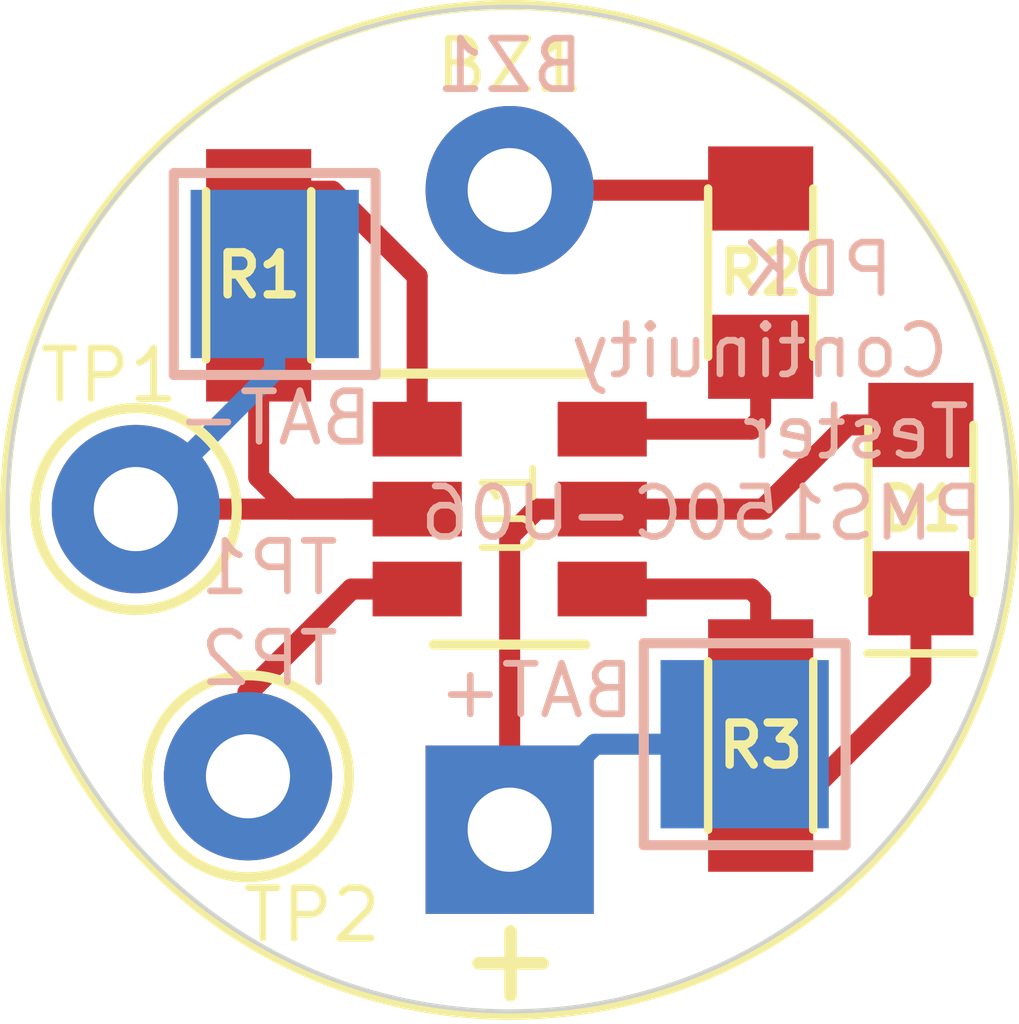
<source format=kicad_pcb>
(kicad_pcb (version 20171130) (host pcbnew "(5.1.5)-3")

  (general
    (thickness 1.6)
    (drawings 5)
    (tracks 36)
    (zones 0)
    (modules 10)
    (nets 9)
  )

  (page A4)
  (layers
    (0 F.Cu signal)
    (31 B.Cu signal)
    (32 B.Adhes user)
    (33 F.Adhes user)
    (34 B.Paste user)
    (35 F.Paste user)
    (36 B.SilkS user)
    (37 F.SilkS user)
    (38 B.Mask user)
    (39 F.Mask user)
    (40 Dwgs.User user)
    (41 Cmts.User user)
    (42 Eco1.User user)
    (43 Eco2.User user)
    (44 Edge.Cuts user)
    (45 Margin user)
    (46 B.CrtYd user)
    (47 F.CrtYd user)
    (48 B.Fab user)
    (49 F.Fab user)
  )

  (setup
    (last_trace_width 0.25)
    (trace_clearance 0.2)
    (zone_clearance 0.508)
    (zone_45_only no)
    (trace_min 0.2)
    (via_size 0.8)
    (via_drill 0.4)
    (via_min_size 0.4)
    (via_min_drill 0.3)
    (uvia_size 0.3)
    (uvia_drill 0.1)
    (uvias_allowed no)
    (uvia_min_size 0.2)
    (uvia_min_drill 0.1)
    (edge_width 0.05)
    (segment_width 0.2)
    (pcb_text_width 0.3)
    (pcb_text_size 1.5 1.5)
    (mod_edge_width 0.1)
    (mod_text_size 0.6 0.6)
    (mod_text_width 0.08)
    (pad_size 1.524 1.524)
    (pad_drill 0.762)
    (pad_to_mask_clearance 0.051)
    (solder_mask_min_width 0.25)
    (aux_axis_origin 0 0)
    (visible_elements FFFFFF7F)
    (pcbplotparams
      (layerselection 0x010fc_ffffffff)
      (usegerberextensions false)
      (usegerberattributes false)
      (usegerberadvancedattributes false)
      (creategerberjobfile false)
      (excludeedgelayer true)
      (linewidth 0.100000)
      (plotframeref false)
      (viasonmask false)
      (mode 1)
      (useauxorigin false)
      (hpglpennumber 1)
      (hpglpenspeed 20)
      (hpglpendiameter 15.000000)
      (psnegative false)
      (psa4output false)
      (plotreference true)
      (plotvalue true)
      (plotinvisibletext false)
      (padsonsilk false)
      (subtractmaskfromsilk false)
      (outputformat 1)
      (mirror false)
      (drillshape 0)
      (scaleselection 1)
      (outputdirectory "output/gerber/"))
  )

  (net 0 "")
  (net 1 "Net-(D1-Pad1)")
  (net 2 "Net-(R1-Pad1)")
  (net 3 "Net-(R2-Pad2)")
  (net 4 "Net-(BZ1-Pad2)")
  (net 5 "Net-(R3-Pad2)")
  (net 6 "Net-(TP2-Pad1)")
  (net 7 VDD)
  (net 8 GND)

  (net_class Default "This is the default net class."
    (clearance 0.2)
    (trace_width 0.25)
    (via_dia 0.8)
    (via_drill 0.4)
    (uvia_dia 0.3)
    (uvia_drill 0.1)
    (add_net GND)
    (add_net "Net-(BZ1-Pad2)")
    (add_net "Net-(D1-Pad1)")
    (add_net "Net-(R1-Pad1)")
    (add_net "Net-(R2-Pad2)")
    (add_net "Net-(R3-Pad2)")
    (add_net "Net-(TP2-Pad1)")
    (add_net VDD)
  )

  (module Buzzer_Beeper:Buzzer_12x9.5RM7.6 (layer F.Cu) (tedit 5F108A80) (tstamp 5F109312)
    (at 133.985 105.41 90)
    (descr "Generic Buzzer, D12mm height 9.5mm with RM7.6mm")
    (tags buzzer)
    (path /5F10DF9C)
    (fp_text reference BZ1 (at 9.0805 0) (layer F.SilkS)
      (effects (font (size 0.6 0.6) (thickness 0.08)))
    )
    (fp_text value Buzzer (at 3.8 7.4 90) (layer F.Fab) hide
      (effects (font (size 1 1) (thickness 0.15)))
    )
    (fp_text user + (at -1.5875 -0.0635 90) (layer F.Fab)
      (effects (font (size 1 1) (thickness 0.15)))
    )
    (fp_text user + (at -1.5875 -0.0635 90) (layer F.SilkS)
      (effects (font (size 1 1) (thickness 0.15)))
    )
    (fp_text user %R (at 3.8 -4 90) (layer F.Fab) hide
      (effects (font (size 1 1) (thickness 0.15)))
    )
    (fp_circle (center 3.8 0) (end 9.8 0) (layer F.Fab) (width 0.1))
    (fp_circle (center 3.8 0) (end 4.8 0) (layer F.Fab) (width 0.1))
    (fp_circle (center 3.8 0) (end 9.8 0) (layer F.SilkS) (width 0.12))
    (pad 1 thru_hole rect (at 0 0 90) (size 2 2) (drill 1) (layers *.Cu *.Mask)
      (net 7 VDD))
    (pad 2 thru_hole circle (at 7.6 0 90) (size 2 2) (drill 1) (layers *.Cu *.Mask)
      (net 4 "Net-(BZ1-Pad2)"))
    (model ${KISYS3DMOD}/Buzzer_Beeper.3dshapes/Buzzer_12x9.5RM7.6.wrl
      (offset (xyz 0 0 1.6))
      (scale (xyz 1 1 1))
      (rotate (xyz 0 0 0))
    )
  )

  (module modules:LED_0805 (layer F.Cu) (tedit 5B18A1BB) (tstamp 5F108511)
    (at 138.8745 101.6 90)
    (path /5F10ACDC)
    (attr smd)
    (fp_text reference D1 (at 0 0) (layer F.SilkS)
      (effects (font (size 0.5 0.5) (thickness 0.1)))
    )
    (fp_text value LED (at 0 -1.27 90) (layer F.SilkS) hide
      (effects (font (size 0.5 0.5) (thickness 0.1)))
    )
    (fp_line (start 1 -0.625) (end 1 0.625) (layer F.Fab) (width 0.1))
    (fp_line (start -1 -0.625) (end -1 0.625) (layer F.Fab) (width 0.1))
    (fp_line (start -1 0.625) (end 1 0.625) (layer F.Fab) (width 0.1))
    (fp_line (start -1 -0.625) (end 1 -0.625) (layer F.Fab) (width 0.1))
    (fp_line (start -1.7145 -0.635) (end -1.7145 0.635) (layer F.SilkS) (width 0.1))
    (fp_line (start -1 0.625) (end 1 0.625) (layer F.SilkS) (width 0.1))
    (fp_line (start -1 -0.625) (end 1 -0.625) (layer F.SilkS) (width 0.1))
    (fp_line (start 0.2 0) (end 0.45 0) (layer F.Fab) (width 0.1))
    (fp_line (start 0.2 0.35) (end -0.3 0) (layer F.Fab) (width 0.1))
    (fp_line (start 0.2 -0.35) (end 0.2 0.35) (layer F.Fab) (width 0.1))
    (fp_line (start -0.3 0) (end 0.2 -0.35) (layer F.Fab) (width 0.1))
    (fp_line (start -0.3 0) (end -0.5 0) (layer F.Fab) (width 0.1))
    (fp_line (start -0.3 -0.35) (end -0.3 0.35) (layer F.Fab) (width 0.1))
    (pad 1 smd rect (at -1 0 90) (size 1 1.25) (layers F.Cu F.Paste F.Mask)
      (net 1 "Net-(D1-Pad1)"))
    (pad 2 smd rect (at 1 0 90) (size 1 1.25) (layers F.Cu F.Paste F.Mask)
      (net 7 VDD))
    (model ${KISYS3DMOD}/LEDs.3dshapes/LED_0805.wrl
      (offset (xyz -0.1269999980926514 0 0))
      (scale (xyz 1 1 1))
      (rotate (xyz 0 0 0))
    )
    (model ${KISYS3DMOD}/LED_SMD.3dshapes/LED_0805_2012Metric.wrl
      (at (xyz 0 0 0))
      (scale (xyz 1 1 1))
      (rotate (xyz 0 0 0))
    )
  )

  (module modules:R_0805 (layer F.Cu) (tedit 5B1881B6) (tstamp 5F10851D)
    (at 131.0005 98.822 270)
    (path /5F117A45)
    (attr smd)
    (fp_text reference R1 (at 0 0) (layer F.SilkS)
      (effects (font (size 0.5 0.5) (thickness 0.1)))
    )
    (fp_text value 47 (at 0 -0.9525 90) (layer F.Fab) hide
      (effects (font (size 0.25 0.25) (thickness 0.0625)))
    )
    (fp_line (start -1 0.625) (end 1 0.625) (layer F.SilkS) (width 0.1))
    (fp_line (start -1 -0.625) (end 1 -0.625) (layer F.SilkS) (width 0.1))
    (fp_line (start 1 -0.625) (end 1 0.625) (layer F.Fab) (width 0.1))
    (fp_line (start -1 -0.625) (end -1 0.625) (layer F.Fab) (width 0.1))
    (fp_line (start -1 0.625) (end 1 0.625) (layer F.Fab) (width 0.1))
    (fp_line (start -1 -0.625) (end 1 -0.625) (layer F.Fab) (width 0.1))
    (pad 1 smd rect (at -1 0 270) (size 1 1.25) (layers F.Cu F.Paste F.Mask)
      (net 2 "Net-(R1-Pad1)"))
    (pad 2 smd rect (at 1 0 270) (size 1 1.25) (layers F.Cu F.Paste F.Mask)
      (net 8 GND))
    (model ${KISYS3DMOD}/Resistor_SMD.3dshapes/R_0805_2012Metric.wrl
      (at (xyz 0 0 0))
      (scale (xyz 1 1 1))
      (rotate (xyz 0 0 0))
    )
  )

  (module modules:R_0805 (layer F.Cu) (tedit 5B1881B6) (tstamp 5F108529)
    (at 136.9695 98.79 270)
    (path /5F10DC7D)
    (attr smd)
    (fp_text reference R2 (at 0 0) (layer F.SilkS)
      (effects (font (size 0.5 0.5) (thickness 0.1)))
    )
    (fp_text value 120 (at 0 -0.9525 90) (layer F.Fab) hide
      (effects (font (size 0.25 0.25) (thickness 0.0625)))
    )
    (fp_line (start -1 -0.625) (end 1 -0.625) (layer F.Fab) (width 0.1))
    (fp_line (start -1 0.625) (end 1 0.625) (layer F.Fab) (width 0.1))
    (fp_line (start -1 -0.625) (end -1 0.625) (layer F.Fab) (width 0.1))
    (fp_line (start 1 -0.625) (end 1 0.625) (layer F.Fab) (width 0.1))
    (fp_line (start -1 -0.625) (end 1 -0.625) (layer F.SilkS) (width 0.1))
    (fp_line (start -1 0.625) (end 1 0.625) (layer F.SilkS) (width 0.1))
    (pad 2 smd rect (at 1 0 270) (size 1 1.25) (layers F.Cu F.Paste F.Mask)
      (net 3 "Net-(R2-Pad2)"))
    (pad 1 smd rect (at -1 0 270) (size 1 1.25) (layers F.Cu F.Paste F.Mask)
      (net 4 "Net-(BZ1-Pad2)"))
    (model ${KISYS3DMOD}/Resistor_SMD.3dshapes/R_0805_2012Metric.wrl
      (at (xyz 0 0 0))
      (scale (xyz 1 1 1))
      (rotate (xyz 0 0 0))
    )
  )

  (module modules:R_0805 (layer F.Cu) (tedit 5B1881B6) (tstamp 5F108620)
    (at 136.9695 104.41 90)
    (path /5F1095DA)
    (attr smd)
    (fp_text reference R3 (at 0 0) (layer F.SilkS)
      (effects (font (size 0.5 0.5) (thickness 0.1)))
    )
    (fp_text value 4k7 (at 0 -0.9525 90) (layer F.Fab) hide
      (effects (font (size 0.25 0.25) (thickness 0.0625)))
    )
    (fp_line (start -1 0.625) (end 1 0.625) (layer F.SilkS) (width 0.1))
    (fp_line (start -1 -0.625) (end 1 -0.625) (layer F.SilkS) (width 0.1))
    (fp_line (start 1 -0.625) (end 1 0.625) (layer F.Fab) (width 0.1))
    (fp_line (start -1 -0.625) (end -1 0.625) (layer F.Fab) (width 0.1))
    (fp_line (start -1 0.625) (end 1 0.625) (layer F.Fab) (width 0.1))
    (fp_line (start -1 -0.625) (end 1 -0.625) (layer F.Fab) (width 0.1))
    (pad 1 smd rect (at -1 0 90) (size 1 1.25) (layers F.Cu F.Paste F.Mask)
      (net 1 "Net-(D1-Pad1)"))
    (pad 2 smd rect (at 1 0 90) (size 1 1.25) (layers F.Cu F.Paste F.Mask)
      (net 5 "Net-(R3-Pad2)"))
    (model ${KISYS3DMOD}/Resistor_SMD.3dshapes/R_0805_2012Metric.wrl
      (at (xyz 0 0 0))
      (scale (xyz 1 1 1))
      (rotate (xyz 0 0 0))
    )
  )

  (module Package_TO_SOT_SMD:SOT-23-6 (layer F.Cu) (tedit 5A02FF57) (tstamp 5F10854B)
    (at 133.985 101.6)
    (descr "6-pin SOT-23 package")
    (tags SOT-23-6)
    (path /5F107C2F)
    (attr smd)
    (fp_text reference U1 (at 0 0 90) (layer F.SilkS)
      (effects (font (size 0.6 0.6) (thickness 0.08)))
    )
    (fp_text value PMS150C-U06 (at 0 2.9) (layer F.Fab) hide
      (effects (font (size 1 1) (thickness 0.15)))
    )
    (fp_text user %R (at 0 0 90) (layer F.Fab)
      (effects (font (size 0.5 0.5) (thickness 0.075)))
    )
    (fp_line (start -0.9 1.61) (end 0.9 1.61) (layer F.SilkS) (width 0.12))
    (fp_line (start 0.9 -1.61) (end -1.55 -1.61) (layer F.SilkS) (width 0.12))
    (fp_line (start 1.9 -1.8) (end -1.9 -1.8) (layer F.CrtYd) (width 0.05))
    (fp_line (start 1.9 1.8) (end 1.9 -1.8) (layer F.CrtYd) (width 0.05))
    (fp_line (start -1.9 1.8) (end 1.9 1.8) (layer F.CrtYd) (width 0.05))
    (fp_line (start -1.9 -1.8) (end -1.9 1.8) (layer F.CrtYd) (width 0.05))
    (fp_line (start -0.9 -0.9) (end -0.25 -1.55) (layer F.Fab) (width 0.1))
    (fp_line (start 0.9 -1.55) (end -0.25 -1.55) (layer F.Fab) (width 0.1))
    (fp_line (start -0.9 -0.9) (end -0.9 1.55) (layer F.Fab) (width 0.1))
    (fp_line (start 0.9 1.55) (end -0.9 1.55) (layer F.Fab) (width 0.1))
    (fp_line (start 0.9 -1.55) (end 0.9 1.55) (layer F.Fab) (width 0.1))
    (pad 1 smd rect (at -1.1 -0.95) (size 1.06 0.65) (layers F.Cu F.Paste F.Mask)
      (net 2 "Net-(R1-Pad1)"))
    (pad 2 smd rect (at -1.1 0) (size 1.06 0.65) (layers F.Cu F.Paste F.Mask)
      (net 8 GND))
    (pad 3 smd rect (at -1.1 0.95) (size 1.06 0.65) (layers F.Cu F.Paste F.Mask)
      (net 6 "Net-(TP2-Pad1)"))
    (pad 4 smd rect (at 1.1 0.95) (size 1.06 0.65) (layers F.Cu F.Paste F.Mask)
      (net 5 "Net-(R3-Pad2)"))
    (pad 6 smd rect (at 1.1 -0.95) (size 1.06 0.65) (layers F.Cu F.Paste F.Mask)
      (net 3 "Net-(R2-Pad2)"))
    (pad 5 smd rect (at 1.1 0) (size 1.06 0.65) (layers F.Cu F.Paste F.Mask)
      (net 7 VDD))
    (model ${KISYS3DMOD}/Package_TO_SOT_SMD.3dshapes/SOT-23-6.wrl
      (at (xyz 0 0 0))
      (scale (xyz 1 1 1))
      (rotate (xyz 0 0 0))
    )
  )

  (module TestPoint:TestPoint_THTPad_D2.0mm_Drill1.0mm (layer F.Cu) (tedit 5A0F774F) (tstamp 5F108FDC)
    (at 129.54 101.6)
    (descr "THT pad as test Point, diameter 2.0mm, hole diameter 1.0mm")
    (tags "test point THT pad")
    (path /5F1221EF)
    (attr virtual)
    (fp_text reference TP1 (at -0.3175 -1.5875) (layer F.SilkS)
      (effects (font (size 0.6 0.6) (thickness 0.08)))
    )
    (fp_text value Probe_GND (at 0 2.05) (layer F.Fab) hide
      (effects (font (size 1 1) (thickness 0.15)))
    )
    (fp_circle (center 0 0) (end 0 1.2) (layer F.SilkS) (width 0.12))
    (fp_circle (center 0 0) (end 1.5 0) (layer F.CrtYd) (width 0.05))
    (fp_text user %R (at 0 -2) (layer F.Fab) hide
      (effects (font (size 1 1) (thickness 0.15)))
    )
    (pad 1 thru_hole circle (at 0 0) (size 2 2) (drill 1) (layers *.Cu *.Mask)
      (net 8 GND))
  )

  (module TestPoint:TestPoint_THTPad_D2.0mm_Drill1.0mm (layer F.Cu) (tedit 5A0F774F) (tstamp 5F108FE4)
    (at 130.8735 104.775)
    (descr "THT pad as test Point, diameter 2.0mm, hole diameter 1.0mm")
    (tags "test point THT pad")
    (path /5F1217BE)
    (attr virtual)
    (fp_text reference TP2 (at 0.762 1.651 180) (layer F.SilkS)
      (effects (font (size 0.6 0.6) (thickness 0.08)))
    )
    (fp_text value Probe_PA6 (at 0 2.05) (layer F.Fab) hide
      (effects (font (size 1 1) (thickness 0.15)))
    )
    (fp_text user %R (at 0 -2) (layer F.Fab) hide
      (effects (font (size 1 1) (thickness 0.15)))
    )
    (fp_circle (center 0 0) (end 1.5 0) (layer F.CrtYd) (width 0.05))
    (fp_circle (center 0 0) (end 0 1.2) (layer F.SilkS) (width 0.12))
    (pad 1 thru_hole circle (at 0 0) (size 2 2) (drill 1) (layers *.Cu *.Mask)
      (net 6 "Net-(TP2-Pad1)"))
  )

  (module TestPoint:TestPoint_Pad_2.0x2.0mm (layer B.Cu) (tedit 5A0F774F) (tstamp 5F10E801)
    (at 131.191 98.806)
    (descr "SMD rectangular pad as test Point, square 2.0mm side length")
    (tags "test point SMD pad rectangle square")
    (path /5F12D9DB)
    (attr virtual)
    (fp_text reference J1 (at 0 1.998) (layer B.SilkS) hide
      (effects (font (size 1 1) (thickness 0.15)) (justify mirror))
    )
    (fp_text value BAT- (at 0 1.7145) (layer B.SilkS)
      (effects (font (size 0.6 0.6) (thickness 0.08)) (justify mirror))
    )
    (fp_line (start 1.5 -1.5) (end -1.5 -1.5) (layer B.CrtYd) (width 0.05))
    (fp_line (start 1.5 -1.5) (end 1.5 1.5) (layer B.CrtYd) (width 0.05))
    (fp_line (start -1.5 1.5) (end -1.5 -1.5) (layer B.CrtYd) (width 0.05))
    (fp_line (start -1.5 1.5) (end 1.5 1.5) (layer B.CrtYd) (width 0.05))
    (fp_line (start -1.2 -1.2) (end -1.2 1.2) (layer B.SilkS) (width 0.12))
    (fp_line (start 1.2 -1.2) (end -1.2 -1.2) (layer B.SilkS) (width 0.12))
    (fp_line (start 1.2 1.2) (end 1.2 -1.2) (layer B.SilkS) (width 0.12))
    (fp_line (start -1.2 1.2) (end 1.2 1.2) (layer B.SilkS) (width 0.12))
    (fp_text user %R (at 0 2) (layer B.Fab) hide
      (effects (font (size 1 1) (thickness 0.15)) (justify mirror))
    )
    (pad 1 smd rect (at 0 0) (size 2 2) (layers B.Cu B.Mask)
      (net 8 GND))
  )

  (module TestPoint:TestPoint_Pad_2.0x2.0mm (layer B.Cu) (tedit 5A0F774F) (tstamp 5F10E80E)
    (at 136.779 104.394)
    (descr "SMD rectangular pad as test Point, square 2.0mm side length")
    (tags "test point SMD pad rectangle square")
    (path /5F12CF4A)
    (attr virtual)
    (fp_text reference J2 (at 0 1.998) (layer B.SilkS) hide
      (effects (font (size 1 1) (thickness 0.15)) (justify mirror))
    )
    (fp_text value BAT+ (at -2.4765 -0.635) (layer B.SilkS)
      (effects (font (size 0.6 0.6) (thickness 0.08)) (justify mirror))
    )
    (fp_text user %R (at 0 2) (layer B.Fab) hide
      (effects (font (size 1 1) (thickness 0.15)) (justify mirror))
    )
    (fp_line (start -1.2 1.2) (end 1.2 1.2) (layer B.SilkS) (width 0.12))
    (fp_line (start 1.2 1.2) (end 1.2 -1.2) (layer B.SilkS) (width 0.12))
    (fp_line (start 1.2 -1.2) (end -1.2 -1.2) (layer B.SilkS) (width 0.12))
    (fp_line (start -1.2 -1.2) (end -1.2 1.2) (layer B.SilkS) (width 0.12))
    (fp_line (start -1.5 1.5) (end 1.5 1.5) (layer B.CrtYd) (width 0.05))
    (fp_line (start -1.5 1.5) (end -1.5 -1.5) (layer B.CrtYd) (width 0.05))
    (fp_line (start 1.5 -1.5) (end 1.5 1.5) (layer B.CrtYd) (width 0.05))
    (fp_line (start 1.5 -1.5) (end -1.5 -1.5) (layer B.CrtYd) (width 0.05))
    (pad 1 smd rect (at 0 0) (size 2 2) (layers B.Cu B.Mask)
      (net 7 VDD))
  )

  (gr_text "PDK      \nContinuity   \nTester        \nPMS150C-U06\n" (at 136.271 100.203) (layer B.SilkS)
    (effects (font (size 0.6 0.6) (thickness 0.08)) (justify mirror))
  )
  (gr_text TP2 (at 131.1275 103.378) (layer B.SilkS)
    (effects (font (size 0.6 0.6) (thickness 0.08)) (justify mirror))
  )
  (gr_text TP1 (at 131.1275 102.2985) (layer B.SilkS)
    (effects (font (size 0.6 0.6) (thickness 0.08)) (justify mirror))
  )
  (gr_text BZ1 (at 133.985 96.3295) (layer B.SilkS)
    (effects (font (size 0.6 0.6) (thickness 0.08)) (justify mirror))
  )
  (gr_circle (center 133.985 101.6) (end 139.954 101.6) (layer Edge.Cuts) (width 0.05))

  (segment (start 138.8745 103.35) (end 138.8745 102.6) (width 0.25) (layer F.Cu) (net 1))
  (segment (start 138.8745 103.63) (end 138.8745 103.35) (width 0.25) (layer F.Cu) (net 1))
  (segment (start 137.0945 105.41) (end 138.8745 103.63) (width 0.25) (layer F.Cu) (net 1))
  (segment (start 136.9695 105.41) (end 137.0945 105.41) (width 0.25) (layer F.Cu) (net 1))
  (segment (start 132.885 98.8315) (end 132.885 100.075) (width 0.25) (layer F.Cu) (net 2))
  (segment (start 132.885 100.075) (end 132.885 100.65) (width 0.25) (layer F.Cu) (net 2))
  (segment (start 131.8755 97.822) (end 132.885 98.8315) (width 0.25) (layer F.Cu) (net 2))
  (segment (start 131.0005 97.822) (end 131.8755 97.822) (width 0.25) (layer F.Cu) (net 2))
  (segment (start 136.9695 100.54) (end 136.9695 99.79) (width 0.25) (layer F.Cu) (net 3))
  (segment (start 136.8595 100.65) (end 136.9695 100.54) (width 0.25) (layer F.Cu) (net 3))
  (segment (start 135.085 100.65) (end 136.8595 100.65) (width 0.25) (layer F.Cu) (net 3))
  (segment (start 136.9495 97.81) (end 136.9695 97.79) (width 0.25) (layer F.Cu) (net 4))
  (segment (start 133.985 97.81) (end 136.9495 97.81) (width 0.25) (layer F.Cu) (net 4))
  (segment (start 136.9695 102.66) (end 136.9695 103.41) (width 0.25) (layer F.Cu) (net 5))
  (segment (start 136.8595 102.55) (end 136.9695 102.66) (width 0.25) (layer F.Cu) (net 5))
  (segment (start 135.085 102.55) (end 136.8595 102.55) (width 0.25) (layer F.Cu) (net 5))
  (segment (start 130.8735 103.7815) (end 130.8735 104.775) (width 0.25) (layer F.Cu) (net 6))
  (segment (start 132.105 102.55) (end 130.8735 103.7815) (width 0.25) (layer F.Cu) (net 6))
  (segment (start 132.885 102.55) (end 132.105 102.55) (width 0.25) (layer F.Cu) (net 6))
  (segment (start 134.305 101.6) (end 135.085 101.6) (width 0.25) (layer F.Cu) (net 7))
  (segment (start 133.985 101.92) (end 134.305 101.6) (width 0.25) (layer F.Cu) (net 7))
  (segment (start 133.985 105.41) (end 133.985 101.92) (width 0.25) (layer F.Cu) (net 7))
  (segment (start 135.865 101.6) (end 135.085 101.6) (width 0.25) (layer F.Cu) (net 7))
  (segment (start 136.9995 101.6) (end 135.865 101.6) (width 0.25) (layer F.Cu) (net 7))
  (segment (start 137.9995 100.6) (end 136.9995 101.6) (width 0.25) (layer F.Cu) (net 7))
  (segment (start 138.8745 100.6) (end 137.9995 100.6) (width 0.25) (layer F.Cu) (net 7))
  (segment (start 135.001 104.394) (end 133.985 105.41) (width 0.25) (layer B.Cu) (net 7))
  (segment (start 136.779 104.394) (end 135.001 104.394) (width 0.25) (layer B.Cu) (net 7))
  (segment (start 132.105 101.6) (end 129.54 101.6) (width 0.25) (layer F.Cu) (net 8))
  (segment (start 132.885 101.6) (end 132.105 101.6) (width 0.25) (layer F.Cu) (net 8))
  (segment (start 132.885 101.6) (end 132.0285 101.6) (width 0.25) (layer F.Cu) (net 8))
  (segment (start 132.885 101.6) (end 131.3815 101.6) (width 0.25) (layer F.Cu) (net 8))
  (segment (start 131.0005 101.219) (end 131.0005 99.822) (width 0.25) (layer F.Cu) (net 8))
  (segment (start 131.3815 101.6) (end 131.0005 101.219) (width 0.25) (layer F.Cu) (net 8))
  (segment (start 131.191 99.949) (end 131.191 98.806) (width 0.25) (layer B.Cu) (net 8))
  (segment (start 129.54 101.6) (end 131.191 99.949) (width 0.25) (layer B.Cu) (net 8))

)

</source>
